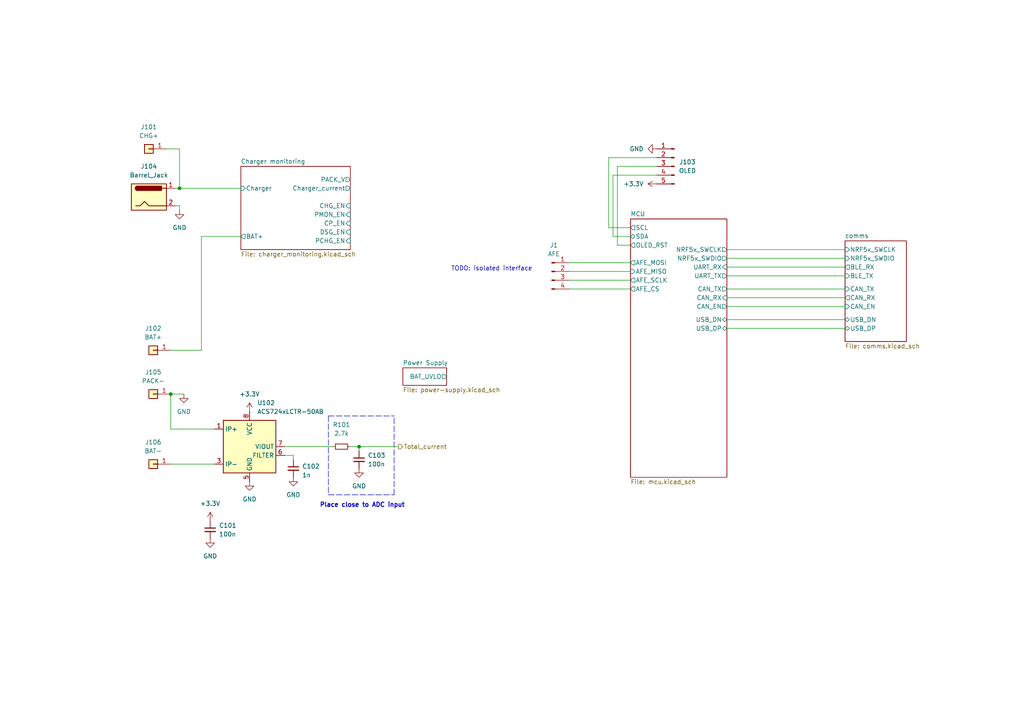
<source format=kicad_sch>
(kicad_sch (version 20230121) (generator eeschema)
  (paper "A4")
  (lib_symbols
    (symbol "Connector:Barrel_Jack" (pin_names (offset 1.016))
      (property "Reference" "J" (at 0 5.334 0))
      (property "Value" "Barrel_Jack" (at 0 -5.08 0))
      (symbol "Barrel_Jack_0_1"
        (rectangle (start -5.08 3.81) (end 5.08 -3.81) (stroke (width 0.254)) (fill (type background)))
        (arc (start -3.302 3.175) (mid -3.9343 2.54) (end -3.302 1.905) (stroke (width 0.254)))
        (arc (start -3.302 3.175) (mid -3.9343 2.54) (end -3.302 1.905) (stroke (width 0.254)) (fill (type outline)))
        (polyline (pts (xy 5.08 2.54) (xy 3.81 2.54)) (stroke (width 0.254)))
        (polyline (pts (xy -3.81 -2.54) (xy -2.54 -2.54) (xy -1.27 -1.27) (xy 0 -2.54) (xy 2.54 -2.54) (xy 5.08 -2.54)) (stroke (width 0.254)))
        (rectangle (start 3.683 3.175) (end -3.302 1.905) (stroke (width 0.254)) (fill (type outline)))
      )
      (symbol "Barrel_Jack_1_1"
        (pin passive line (at 7.62 2.54 180) (length 2.54) (name "~") (number "1"))
        (pin passive line (at 7.62 -2.54 180) (length 2.54) (name "~") (number "2"))
      )
    )
    (symbol "Connector:Conn_01x04_Pin" (pin_names (offset 1.016) hide)
      (property "Reference" "J" (at 0 5.08 0))
      (property "Value" "Conn_01x04_Pin" (at 0 -7.62 0))
      (symbol "Conn_01x04_Pin_1_1"
        (polyline (pts (xy 1.27 -5.08) (xy 0.8636 -5.08)) (stroke (width 0.1524)))
        (polyline (pts (xy 1.27 -2.54) (xy 0.8636 -2.54)) (stroke (width 0.1524)))
        (polyline (pts (xy 1.27 0) (xy 0.8636 0)) (stroke (width 0.1524)))
        (polyline (pts (xy 1.27 2.54) (xy 0.8636 2.54)) (stroke (width 0.1524)))
        (rectangle (start 0.8636 -4.953) (end 0 -5.207) (stroke (width 0.1524)) (fill (type outline)))
        (rectangle (start 0.8636 -2.413) (end 0 -2.667) (stroke (width 0.1524)) (fill (type outline)))
        (rectangle (start 0.8636 0.127) (end 0 -0.127) (stroke (width 0.1524)) (fill (type outline)))
        (rectangle (start 0.8636 2.667) (end 0 2.413) (stroke (width 0.1524)) (fill (type outline)))
        (pin passive line (at 5.08 2.54 180) (length 3.81) (name "Pin_1") (number "1"))
        (pin passive line (at 5.08 0 180) (length 3.81) (name "Pin_2") (number "2"))
        (pin passive line (at 5.08 -2.54 180) (length 3.81) (name "Pin_3") (number "3"))
        (pin passive line (at 5.08 -5.08 180) (length 3.81) (name "Pin_4") (number "4"))
      )
    )
    (symbol "Connector:Conn_01x05_Pin" (pin_names (offset 1.016) hide)
      (property "Reference" "J" (at 0 7.62 0))
      (property "Value" "Conn_01x05_Pin" (at 0 -7.62 0))
      (symbol "Conn_01x05_Pin_1_1"
        (polyline (pts (xy 1.27 -5.08) (xy 0.8636 -5.08)) (stroke (width 0.1524)))
        (polyline (pts (xy 1.27 -2.54) (xy 0.8636 -2.54)) (stroke (width 0.1524)))
        (polyline (pts (xy 1.27 0) (xy 0.8636 0)) (stroke (width 0.1524)))
        (polyline (pts (xy 1.27 2.54) (xy 0.8636 2.54)) (stroke (width 0.1524)))
        (polyline (pts (xy 1.27 5.08) (xy 0.8636 5.08)) (stroke (width 0.1524)))
        (rectangle (start 0.8636 -4.953) (end 0 -5.207) (stroke (width 0.1524)) (fill (type outline)))
        (rectangle (start 0.8636 -2.413) (end 0 -2.667) (stroke (width 0.1524)) (fill (type outline)))
        (rectangle (start 0.8636 0.127) (end 0 -0.127) (stroke (width 0.1524)) (fill (type outline)))
        (rectangle (start 0.8636 2.667) (end 0 2.413) (stroke (width 0.1524)) (fill (type outline)))
        (rectangle (start 0.8636 5.207) (end 0 4.953) (stroke (width 0.1524)) (fill (type outline)))
        (pin passive line (at 5.08 5.08 180) (length 3.81) (name "Pin_1") (number "1"))
        (pin passive line (at 5.08 2.54 180) (length 3.81) (name "Pin_2") (number "2"))
        (pin passive line (at 5.08 0 180) (length 3.81) (name "Pin_3") (number "3"))
        (pin passive line (at 5.08 -2.54 180) (length 3.81) (name "Pin_4") (number "4"))
        (pin passive line (at 5.08 -5.08 180) (length 3.81) (name "Pin_5") (number "5"))
      )
    )
    (symbol "Connector_Generic:Conn_01x01" (pin_names (offset 1.016) hide)
      (property "Reference" "J" (at 0 2.54 0))
      (property "Value" "Conn_01x01" (at 0 -2.54 0))
      (symbol "Conn_01x01_1_1"
        (rectangle (start -1.27 0.127) (end 0 -0.127) (stroke (width 0.1524)))
        (rectangle (start -1.27 1.27) (end 1.27 -1.27) (stroke (width 0.254)) (fill (type background)))
        (pin passive line (at -5.08 0 0) (length 3.81) (name "Pin_1") (number "1"))
      )
    )
    (symbol "Device:C_Small" (pin_numbers hide) (pin_names (offset 0.254) hide)
      (property "Reference" "C" (at 0.254 1.778 0))
      (property "Value" "C_Small" (at 0.254 -2.032 0))
      (symbol "C_Small_0_1"
        (polyline (pts (xy -1.524 -0.508) (xy 1.524 -0.508)) (stroke (width 0.3302)))
        (polyline (pts (xy -1.524 0.508) (xy 1.524 0.508)) (stroke (width 0.3048)))
      )
      (symbol "C_Small_1_1"
        (pin passive line (at 0 2.54 270) (length 2.032) (name "~") (number "1"))
        (pin passive line (at 0 -2.54 90) (length 2.032) (name "~") (number "2"))
      )
    )
    (symbol "Device:R_Small" (pin_numbers hide) (pin_names (offset 0.254) hide)
      (property "Reference" "R" (at 0.762 0.508 0))
      (property "Value" "R_Small" (at 0.762 -1.016 0))
      (symbol "R_Small_0_1"
        (rectangle (start -0.762 1.778) (end 0.762 -1.778) (stroke (width 0.2032)))
      )
      (symbol "R_Small_1_1"
        (pin passive line (at 0 2.54 270) (length 0.762) (name "~") (number "1"))
        (pin passive line (at 0 -2.54 90) (length 0.762) (name "~") (number "2"))
      )
    )
    (symbol "Sensor_Current:ACS724xLCTR-50AB"
      (property "Reference" "U" (at 2.54 11.43 0))
      (property "Value" "ACS724xLCTR-50AB" (at 2.54 8.89 0))
      (symbol "ACS724xLCTR-50AB_0_1"
        (rectangle (start -7.62 7.62) (end 7.62 -7.62) (stroke (width 0.254)) (fill (type background)))
      )
      (symbol "ACS724xLCTR-50AB_1_1"
        (pin passive line (at -10.16 5.08 0) (length 2.54) (name "IP+") (number "1"))
        (pin passive line (at -10.16 5.08 0) (length 2.54) hide (name "IP+") (number "2"))
        (pin passive line (at -10.16 -5.08 0) (length 2.54) (name "IP-") (number "3"))
        (pin passive line (at -10.16 -5.08 0) (length 2.54) hide (name "IP-") (number "4"))
        (pin power_in line (at 0 -10.16 90) (length 2.54) (name "GND") (number "5"))
        (pin passive line (at 10.16 -2.54 180) (length 2.54) (name "FILTER") (number "6"))
        (pin output line (at 10.16 0 180) (length 2.54) (name "VIOUT") (number "7"))
        (pin power_in line (at 0 10.16 270) (length 2.54) (name "VCC") (number "8"))
      )
    )
    (symbol "power:+3.3V" (power) (pin_names (offset 0))
      (property "Value" "+3.3V" (at 0 3.556 0))
      (symbol "+3.3V_0_1"
        (polyline (pts (xy -0.762 1.27) (xy 0 2.54)))
        (polyline (pts (xy 0 0) (xy 0 2.54)))
        (polyline (pts (xy 0 2.54) (xy 0.762 1.27)))
      )
      (symbol "+3.3V_1_1"
        (pin power_in line (at 0 0 90) (length 0) hide (name "+3.3V") (number "1"))
      )
    )
    (symbol "power:GND" (power) (pin_names (offset 0))
      (property "Value" "GND" (at 0 -3.81 0))
      (symbol "GND_0_1"
        (polyline (pts (xy 0 0) (xy 0 -1.27) (xy 1.27 -1.27) (xy 0 -2.54) (xy -1.27 -1.27) (xy 0 -1.27)))
      )
      (symbol "GND_1_1"
        (pin power_in line (at 0 0 270) (length 0) hide (name "GND") (number "1"))
      )
    )
  )
  (junction (at 49.53 114.3))
  (junction (at 52.07 54.61))
  (junction (at 104.14 129.54))
  (wire (pts (xy 69.85 68.58) (xy 58.42 68.58)))
  (wire (pts (xy 49.53 114.3) (xy 49.53 124.46)))
  (wire (pts (xy 52.07 43.18) (xy 52.07 54.61)))
  (wire (pts (xy 210.82 86.36) (xy 245.11 86.36)))
  (wire (pts (xy 82.55 132.08) (xy 85.09 132.08)))
  (wire (pts (xy 210.82 83.82) (xy 245.11 83.82)))
  (wire (pts (xy 104.14 129.54) (xy 104.14 130.81)))
  (wire (pts (xy 49.53 124.46) (xy 62.23 124.46)))
  (wire (pts (xy 176.53 45.72) (xy 190.5 45.72)))
  (wire (pts (xy 50.8 54.61) (xy 52.07 54.61)))
  (wire (pts (xy 165.1 76.2) (xy 182.88 76.2)))
  (polyline (pts (xy 95.25 120.65) (xy 95.25 143.51)) (stroke (width 0) (type dash)))
  (wire (pts (xy 210.82 88.9) (xy 245.11 88.9)))
  (wire (pts (xy 165.1 78.74) (xy 182.88 78.74)))
  (wire (pts (xy 52.07 59.69) (xy 52.07 60.96)))
  (wire (pts (xy 49.53 134.62) (xy 62.23 134.62)))
  (polyline (pts (xy 95.25 120.65) (xy 114.3 120.65)) (stroke (width 0) (type dash)))
  (wire (pts (xy 101.6 129.54) (xy 104.14 129.54)))
  (wire (pts (xy 82.55 129.54) (xy 96.52 129.54)))
  (wire (pts (xy 179.07 48.26) (xy 190.5 48.26)))
  (wire (pts (xy 210.82 80.01) (xy 245.11 80.01)))
  (polyline (pts (xy 95.25 143.51) (xy 114.3 143.51)) (stroke (width 0) (type dash)))
  (wire (pts (xy 177.8 68.58) (xy 182.88 68.58)))
  (wire (pts (xy 85.09 132.08) (xy 85.09 133.35)))
  (wire (pts (xy 58.42 101.6) (xy 49.53 101.6)))
  (wire (pts (xy 177.8 50.8) (xy 190.5 50.8)))
  (wire (pts (xy 210.82 74.93) (xy 245.11 74.93)))
  (wire (pts (xy 179.07 71.12) (xy 179.07 48.26)))
  (wire (pts (xy 182.88 71.12) (xy 179.07 71.12)))
  (wire (pts (xy 210.82 92.71) (xy 245.11 92.71)))
  (wire (pts (xy 50.8 59.69) (xy 52.07 59.69)))
  (wire (pts (xy 165.1 83.82) (xy 182.88 83.82)))
  (wire (pts (xy 104.14 129.54) (xy 115.57 129.54)))
  (wire (pts (xy 165.1 81.28) (xy 182.88 81.28)))
  (polyline (pts (xy 114.3 143.51) (xy 114.3 120.65)) (stroke (width 0) (type dash)))
  (wire (pts (xy 52.07 54.61) (xy 69.85 54.61)))
  (wire (pts (xy 58.42 68.58) (xy 58.42 101.6)))
  (wire (pts (xy 210.82 95.25) (xy 245.11 95.25)))
  (wire (pts (xy 177.8 68.58) (xy 177.8 50.8)))
  (wire (pts (xy 48.26 43.18) (xy 52.07 43.18)))
  (wire (pts (xy 210.82 77.47) (xy 245.11 77.47)))
  (wire (pts (xy 49.53 114.3) (xy 53.34 114.3)))
  (wire (pts (xy 176.53 66.04) (xy 182.88 66.04)))
  (wire (pts (xy 210.82 72.39) (xy 245.11 72.39)))
  (wire (pts (xy 176.53 66.04) (xy 176.53 45.72)))
  (text "Place close to ADC input" (at 92.71 147.32 0) (effects (font (size 1.27 1.27) bold) (justify left bottom)))
  (text "TODO: isolated interface" (at 130.81 78.74 0) (effects (font (size 1.27 1.27)) (justify left bottom)))
  (hierarchical_label "Total_current" (shape output) (at 115.57 129.54 0))
  (symbol (lib_id "power:+3.3V") (at 190.5 53.34 90) (unit 1)
    (property "Reference" "#PWR0105" (effects hide))
    (property "Value" "+3.3V" (at 186.69 53.34 90) (effects (justify left)))
  )
  (symbol (lib_id "power:+3.3V") (at 60.96 151.13 0) (unit 1)
    (property "Reference" "#PWR0101" (effects hide))
    (property "Value" "+3.3V" (at 60.96 146.05 0))
  )
  (symbol (lib_id "Connector_Generic:Conn_01x01") (at 43.18 43.18 180) (unit 1)
    (property "Reference" "J101" (at 43.18 36.83 0))
    (property "Value" "CHG+" (at 43.18 39.37 0))
    (property "Footprint" "TestPoint:TestPoint_Pad_4.0x4.0mm" (effects hide))
  )
  (symbol (lib_id "Device:R_Small") (at 99.06 129.54 90) (unit 1)
    (property "Reference" "R101" (at 99.06 123.19 90))
    (property "Value" "2.7k" (at 99.06 125.73 90))
  )
  (symbol (lib_id "Connector:Barrel_Jack") (at 43.18 57.15 0) (unit 1)
    (property "Reference" "J104" (at 43.18 48.26 0))
    (property "Value" "Barrel_Jack" (at 43.18 50.8 0))
  )
  (symbol (lib_id "Connector:Conn_01x04_Pin") (at 160.02 78.74 0) (unit 1)
    (property "Reference" "J1" (at 160.655 71.12 0))
    (property "Value" "AFE" (at 160.655 73.66 0))
  )
  (symbol (lib_id "Sensor_Current:ACS724xLCTR-50AB") (at 72.39 129.54 0) (unit 1)
    (property "Reference" "U102" (at 74.5841 116.84 0) (effects (justify left)))
    (property "Value" "ACS724xLCTR-50AB" (at 74.5841 119.38 0) (effects (justify left)))
    (property "Footprint" "Package_SO:SOIC-8_3.9x4.9mm_P1.27mm" (effects hide))
    (property "Datasheet" "http://www.allegromicro.com/~/media/Files/Datasheets/ACS724-Datasheet.ashx?la=en" (effects hide))
  )
  (symbol (lib_id "power:GND") (at 85.09 138.43 0) (unit 1)
    (property "Reference" "#PWR0109" (effects hide))
    (property "Value" "GND" (at 85.09 143.51 0))
  )
  (symbol (lib_id "Device:C_Small") (at 60.96 153.67 0) (unit 1)
    (property "Reference" "C101" (at 63.5 152.4062 0) (effects (justify left)))
    (property "Value" "100n" (at 63.5 154.9462 0) (effects (justify left)))
  )
  (symbol (lib_id "power:+3.3V") (at 72.39 119.38 0) (unit 1)
    (property "Reference" "#PWR0107" (effects hide))
    (property "Value" "+3.3V" (at 72.39 114.3 0))
  )
  (symbol (lib_id "power:GND") (at 52.07 60.96 0) (unit 1)
    (property "Reference" "#PWR0102" (effects hide))
    (property "Value" "GND" (at 52.07 66.04 0))
  )
  (symbol (lib_id "power:GND") (at 190.5 43.18 270) (unit 1)
    (property "Reference" "#PWR0104" (effects hide))
    (property "Value" "GND" (at 186.69 43.18 90) (effects (justify right)))
  )
  (symbol (lib_id "power:GND") (at 72.39 139.7 0) (unit 1)
    (property "Reference" "#PWR0108" (effects hide))
    (property "Value" "GND" (at 72.39 144.78 0))
  )
  (symbol (lib_id "power:GND") (at 53.34 114.3 0) (unit 1)
    (property "Reference" "#PWR0111" (effects hide))
    (property "Value" "GND" (at 53.34 119.38 0))
  )
  (symbol (lib_id "Device:C_Small") (at 85.09 135.89 0) (unit 1)
    (property "Reference" "C102" (at 87.63 135.2613 0) (effects (justify left)))
    (property "Value" "1n" (at 87.63 137.8013 0) (effects (justify left)))
  )
  (symbol (lib_id "Connector:Conn_01x05_Pin") (at 195.58 48.26 0) (mirror y) (unit 1)
    (property "Reference" "J103" (at 199.39 46.99 0))
    (property "Value" "OLED" (at 199.39 49.53 0))
    (property "Footprint" "Connector_JST:JST_XH_B5B-XH-A_1x05_P2.50mm_Vertical" (effects hide))
  )
  (symbol (lib_id "Connector_Generic:Conn_01x01") (at 44.45 101.6 180) (unit 1)
    (property "Reference" "J102" (at 44.45 95.25 0))
    (property "Value" "BAT+" (at 44.45 97.79 0))
    (property "Footprint" "TestPoint:TestPoint_Pad_4.0x4.0mm" (effects hide))
  )
  (symbol (lib_id "Connector_Generic:Conn_01x01") (at 44.45 114.3 180) (unit 1)
    (property "Reference" "J105" (at 44.45 107.95 0))
    (property "Value" "PACK-" (at 44.45 110.49 0))
    (property "Footprint" "TestPoint:TestPoint_Pad_4.0x4.0mm" (effects hide))
  )
  (symbol (lib_id "power:GND") (at 60.96 156.21 0) (unit 1)
    (property "Reference" "#PWR0106" (effects hide))
    (property "Value" "GND" (at 60.96 161.29 0))
  )
  (symbol (lib_id "Connector_Generic:Conn_01x01") (at 44.45 134.62 180) (unit 1)
    (property "Reference" "J106" (at 44.45 128.27 0))
    (property "Value" "BAT-" (at 44.45 130.81 0))
    (property "Footprint" "TestPoint:TestPoint_Pad_4.0x4.0mm" (effects hide))
  )
  (symbol (lib_id "power:GND") (at 104.14 135.89 0) (unit 1)
    (property "Reference" "#PWR0110" (effects hide))
    (property "Value" "GND" (at 104.14 140.97 0))
  )
  (symbol (lib_id "Device:C_Small") (at 104.14 133.35 0) (unit 1)
    (property "Reference" "C103" (at 106.68 132.0862 0) (effects (justify left)))
    (property "Value" "100n" (at 106.68 134.6262 0) (effects (justify left)))
  )
  (sheet (at 182.88 63.5) (size 27.94 74.93) (stroke (width 0.1524))
    (property "Sheetname" "MCU" (at 182.88 62.7884 0) (effects (justify left bottom)))
    (property "Sheetfile" "mcu.kicad_sch" (at 182.88 139.0146 0) (effects (justify left top)))
    (pin "NRF5x_SWDIO" output (at 210.82 74.93 0))
    (pin "NRF5x_SWCLK" output (at 210.82 72.39 0))
    (pin "CAN_RX" input (at 210.82 86.36 0))
    (pin "CAN_TX" output (at 210.82 83.82 0))
    (pin "CAN_EN" output (at 210.82 88.9 0))
    (pin "USB_DN" bidirectional (at 210.82 92.71 0))
    (pin "USB_DP" bidirectional (at 210.82 95.25 0))
    (pin "UART_RX" input (at 210.82 77.47 0))
    (pin "UART_TX" output (at 210.82 80.01 0))
    (pin "SCL" output (at 182.88 66.04 180))
    (pin "SDA" bidirectional (at 182.88 68.58 180))
    (pin "AFE_MISO" input (at 182.88 78.74 180))
    (pin "AFE_MOSI" output (at 182.88 76.2 180))
    (pin "AFE_SCLK" output (at 182.88 81.28 180))
    (pin "AFE_CS" output (at 182.88 83.82 180))
    (pin "OLED_RST" output (at 182.88 71.12 180))
  )
  (sheet (at 116.84 106.68) (size 12.7 5.08) (stroke (width 0.1524))
    (property "Sheetname" "Power Supply" (at 116.84 105.9684 0) (effects (justify left bottom)))
    (property "Sheetfile" "power-supply.kicad_sch" (at 116.84 112.3446 0) (effects (justify left top)))
    (pin "BAT_UVLO" output (at 129.54 109.22 0))
  )
  (sheet (at 245.11 69.85) (size 17.78 29.21) (stroke (width 0.1524))
    (property "Sheetname" "comms" (at 245.11 69.1384 0) (effects (justify left bottom)))
    (property "Sheetfile" "comms.kicad_sch" (at 245.11 99.6446 0) (effects (justify left top)))
    (pin "NRF5x_SWCLK" input (at 245.11 72.39 180))
    (pin "NRF5x_SWDIO" input (at 245.11 74.93 180))
    (pin "CAN_TX" input (at 245.11 83.82 180))
    (pin "CAN_RX" output (at 245.11 86.36 180))
    (pin "USB_DN" bidirectional (at 245.11 92.71 180))
    (pin "USB_DP" bidirectional (at 245.11 95.25 180))
    (pin "CAN_EN" input (at 245.11 88.9 180))
    (pin "BLE_RX" output (at 245.11 77.47 180))
    (pin "BLE_TX" input (at 245.11 80.01 180))
  )
  (sheet (at 69.85 48.26) (size 31.75 24.13) (stroke (width 0.1524))
    (property "Sheetname" "Charger monitoring" (at 69.85 47.5484 0) (effects (justify left bottom)))
    (property "Sheetfile" "charger_monitoring.kicad_sch" (at 69.85 72.9746 0) (effects (justify left top)))
    (pin "Charger_current" output (at 101.6 54.61 0))
    (pin "PACK_V" output (at 101.6 52.07 0))
    (pin "CP_EN" input (at 101.6 64.77 0))
    (pin "CHG_EN" input (at 101.6 59.69 0))
    (pin "PMON_EN" input (at 101.6 62.23 0))
    (pin "DSG_EN" input (at 101.6 67.31 0))
    (pin "PCHG_EN" input (at 101.6 69.85 0))
    (pin "Charger" input (at 69.85 54.61 180))
    (pin "BAT+" output (at 69.85 68.58 180))
  )
)
</source>
